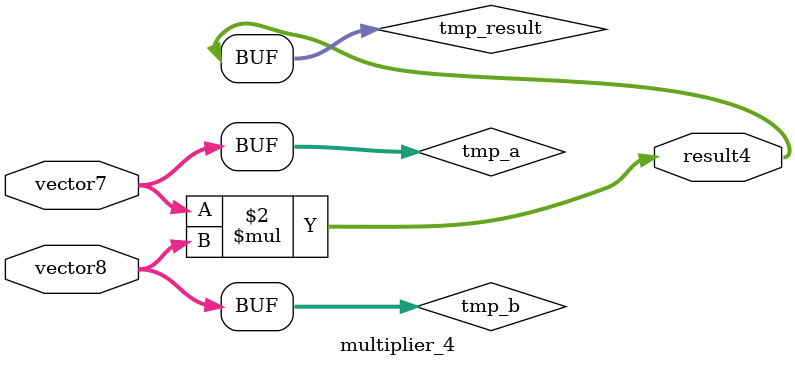
<source format=v>
`timescale 1ns / 1ps


module multiplier_4(
 input [7:0] vector7,
  input [7:0] vector8,
  output [15:0] result4
);
reg [7:0] tmp_a;
reg [7:0] tmp_b;
reg [15:0] tmp_result;

always @ (vector7 or vector8) begin
  tmp_a = vector7;
  tmp_b = vector8;
  tmp_result = tmp_a * tmp_b;
end

assign result4 = tmp_result;
endmodule
</source>
